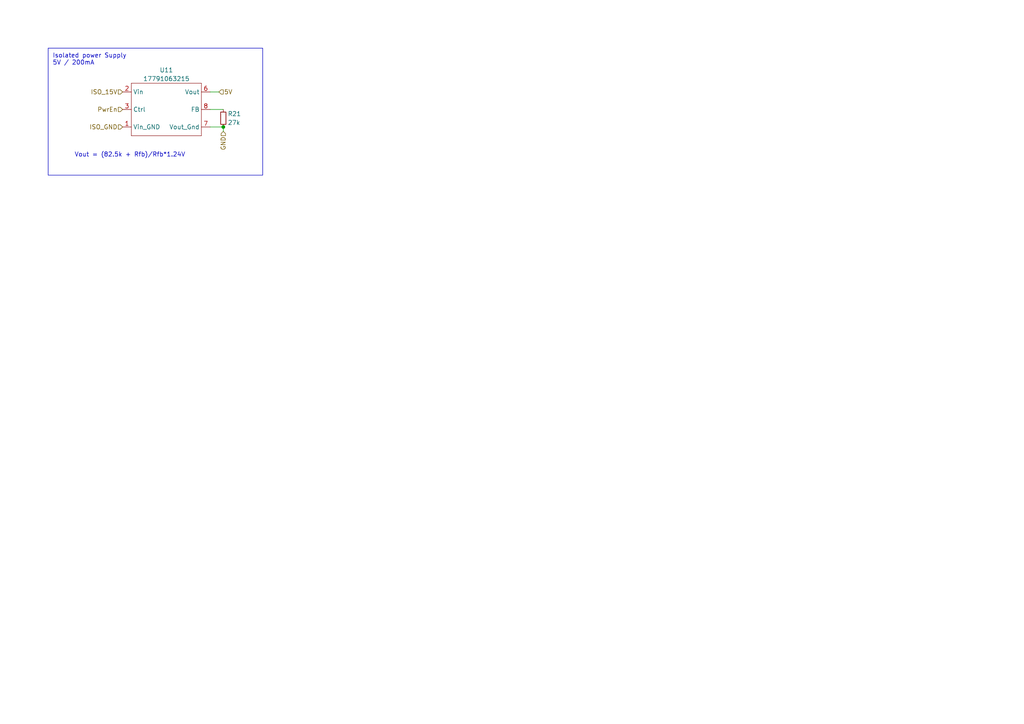
<source format=kicad_sch>
(kicad_sch (version 20230121) (generator eeschema)

  (uuid c2c5490f-51a8-4e74-905f-02b98c3e790e)

  (paper "A4")

  (lib_symbols
    (symbol "Custom:17791063215" (in_bom yes) (on_board yes)
      (property "Reference" "U" (at 7.62 -8.89 0)
        (effects (font (size 1.27 1.27)))
      )
      (property "Value" "17791063215" (at 0 8.89 0)
        (effects (font (size 1.27 1.27)))
      )
      (property "Footprint" "" (at 8.89 -10.16 0)
        (effects (font (size 1.27 1.27)) hide)
      )
      (property "Datasheet" "https://www.we-online.com/components/products/datasheet/17791063215.pdf" (at 2.54 -15.24 0)
        (effects (font (size 1.27 1.27)) hide)
      )
      (symbol "17791063215_0_1"
        (polyline
          (pts
            (xy -10.16 -7.62)
            (xy 10.16 -7.62)
          )
          (stroke (width 0.127) (type default))
          (fill (type none))
        )
        (polyline
          (pts
            (xy -10.16 7.62)
            (xy -10.16 -7.62)
          )
          (stroke (width 0.127) (type default))
          (fill (type none))
        )
        (polyline
          (pts
            (xy 10.16 -7.62)
            (xy 10.16 7.62)
          )
          (stroke (width 0.127) (type default))
          (fill (type none))
        )
        (polyline
          (pts
            (xy 10.16 7.62)
            (xy -10.16 7.62)
          )
          (stroke (width 0.127) (type default))
          (fill (type none))
        )
      )
      (symbol "17791063215_1_1"
        (pin power_in line (at -12.7 -5.08 0) (length 2.54)
          (name "Vin_GND" (effects (font (size 1.27 1.27))))
          (number "1" (effects (font (size 1.27 1.27))))
        )
        (pin power_in line (at -12.7 5.08 0) (length 2.54)
          (name "Vin" (effects (font (size 1.27 1.27))))
          (number "2" (effects (font (size 1.27 1.27))))
        )
        (pin input line (at -12.7 0 0) (length 2.54)
          (name "Ctrl" (effects (font (size 1.27 1.27))))
          (number "3" (effects (font (size 1.27 1.27))))
        )
        (pin power_out line (at 12.7 5.08 180) (length 2.54)
          (name "Vout" (effects (font (size 1.27 1.27))))
          (number "6" (effects (font (size 1.27 1.27))))
        )
        (pin power_out line (at 12.7 -5.08 180) (length 2.54)
          (name "Vout_Gnd" (effects (font (size 1.27 1.27))))
          (number "7" (effects (font (size 1.27 1.27))))
        )
        (pin bidirectional line (at 12.7 0 180) (length 2.54)
          (name "FB" (effects (font (size 1.27 1.27))))
          (number "8" (effects (font (size 1.27 1.27))))
        )
      )
    )
    (symbol "Device:R_Small" (pin_numbers hide) (pin_names (offset 0.254) hide) (in_bom yes) (on_board yes)
      (property "Reference" "R" (at 0.762 0.508 0)
        (effects (font (size 1.27 1.27)) (justify left))
      )
      (property "Value" "R_Small" (at 0.762 -1.016 0)
        (effects (font (size 1.27 1.27)) (justify left))
      )
      (property "Footprint" "" (at 0 0 0)
        (effects (font (size 1.27 1.27)) hide)
      )
      (property "Datasheet" "~" (at 0 0 0)
        (effects (font (size 1.27 1.27)) hide)
      )
      (property "ki_keywords" "R resistor" (at 0 0 0)
        (effects (font (size 1.27 1.27)) hide)
      )
      (property "ki_description" "Resistor, small symbol" (at 0 0 0)
        (effects (font (size 1.27 1.27)) hide)
      )
      (property "ki_fp_filters" "R_*" (at 0 0 0)
        (effects (font (size 1.27 1.27)) hide)
      )
      (symbol "R_Small_0_1"
        (rectangle (start -0.762 1.778) (end 0.762 -1.778)
          (stroke (width 0.2032) (type default))
          (fill (type none))
        )
      )
      (symbol "R_Small_1_1"
        (pin passive line (at 0 2.54 270) (length 0.762)
          (name "~" (effects (font (size 1.27 1.27))))
          (number "1" (effects (font (size 1.27 1.27))))
        )
        (pin passive line (at 0 -2.54 90) (length 0.762)
          (name "~" (effects (font (size 1.27 1.27))))
          (number "2" (effects (font (size 1.27 1.27))))
        )
      )
    )
  )

  (junction (at 64.77 36.83) (diameter 0) (color 0 0 0 0)
    (uuid b954f5da-99e8-4ae5-b4e1-5618e299306c)
  )

  (wire (pts (xy 60.96 26.67) (xy 63.5 26.67))
    (stroke (width 0) (type default))
    (uuid 72d67d36-353d-4244-8283-00da8159d629)
  )
  (wire (pts (xy 60.96 36.83) (xy 64.77 36.83))
    (stroke (width 0) (type default))
    (uuid 76e46108-1361-4846-b5a3-4620333a2e93)
  )
  (wire (pts (xy 60.96 31.75) (xy 64.77 31.75))
    (stroke (width 0) (type default))
    (uuid aa3fbd4e-927a-49cb-8d55-99ebe48489e6)
  )
  (wire (pts (xy 64.77 38.1) (xy 64.77 36.83))
    (stroke (width 0) (type default))
    (uuid bbea989a-9743-4643-872d-72445419d0b9)
  )

  (rectangle (start 13.97 13.97) (end 76.2 50.8)
    (stroke (width 0) (type default))
    (fill (type none))
    (uuid 18501b6a-f495-4031-8503-78d05e87a8b9)
  )

  (text "Vout = (82.5k + Rfb)/Rfb*1.24V\n" (at 21.59 45.72 0)
    (effects (font (size 1.27 1.27)) (justify left bottom))
    (uuid 79e78507-9099-41fe-914e-b11df6229859)
  )
  (text "Isolated power Supply \n5V / 200mA" (at 15.24 19.05 0)
    (effects (font (size 1.27 1.27)) (justify left bottom))
    (uuid ed636f75-a684-4d66-9f26-66d12fc0a3e2)
  )

  (hierarchical_label "5V" (shape input) (at 63.5 26.67 0) (fields_autoplaced)
    (effects (font (size 1.27 1.27)) (justify left))
    (uuid 4b35a830-f5ba-4d05-a498-9db96d8455ea)
  )
  (hierarchical_label "GND" (shape input) (at 64.77 38.1 270) (fields_autoplaced)
    (effects (font (size 1.27 1.27)) (justify right))
    (uuid 7d989084-1e81-4efa-9205-71ef6edae414)
  )
  (hierarchical_label "ISO_15V" (shape input) (at 35.56 26.67 180) (fields_autoplaced)
    (effects (font (size 1.27 1.27)) (justify right))
    (uuid b6228636-9691-4cc4-a3d4-064db5e64760)
  )
  (hierarchical_label "PwrEn" (shape input) (at 35.56 31.75 180) (fields_autoplaced)
    (effects (font (size 1.27 1.27)) (justify right))
    (uuid caa770b0-716a-45d7-9afa-870a182e60c3)
  )
  (hierarchical_label "ISO_GND" (shape input) (at 35.56 36.83 180) (fields_autoplaced)
    (effects (font (size 1.27 1.27)) (justify right))
    (uuid daabeba5-178b-4dcc-b18d-d39f9a2017d0)
  )

  (symbol (lib_id "Custom:17791063215") (at 48.26 31.75 0) (unit 1)
    (in_bom yes) (on_board yes) (dnp no) (fields_autoplaced)
    (uuid c44c3f7f-cf6b-45fe-9d4e-f72cf773d6ad)
    (property "Reference" "U11" (at 48.26 20.32 0)
      (effects (font (size 1.27 1.27)))
    )
    (property "Value" "17791063215" (at 48.26 22.86 0)
      (effects (font (size 1.27 1.27)))
    )
    (property "Footprint" "" (at 57.15 41.91 0)
      (effects (font (size 1.27 1.27)) hide)
    )
    (property "Datasheet" "https://www.we-online.com/components/products/datasheet/17791063215.pdf" (at 50.8 46.99 0)
      (effects (font (size 1.27 1.27)) hide)
    )
    (pin "1" (uuid 405c7c09-a541-4354-b4ad-6d84dd5efa8d))
    (pin "2" (uuid 72c924ce-5193-4c35-b631-38ff7a278f3e))
    (pin "3" (uuid 631cf43e-3734-467e-8522-366bc4290e53))
    (pin "6" (uuid b4889412-e612-452a-b506-c667c31183ab))
    (pin "7" (uuid 40cb4479-4083-4dfc-b084-7f4bdf2bebc9))
    (pin "8" (uuid dd32282f-fdb2-4e4e-ba2e-37dd7c43b640))
    (instances
      (project "Inverter_KiCAD"
        (path "/5e6c1e3f-0815-454a-8acb-8e3e2d064875/68381f6c-5b48-4aca-8792-bde0d1e54d5e"
          (reference "U11") (unit 1)
        )
        (path "/5e6c1e3f-0815-454a-8acb-8e3e2d064875/57f5e783-d2a3-41bb-a15a-37a099f233e7"
          (reference "U11") (unit 1)
        )
      )
    )
  )

  (symbol (lib_id "Device:R_Small") (at 64.77 34.29 0) (unit 1)
    (in_bom yes) (on_board yes) (dnp no)
    (uuid e650cac9-790f-4b56-b883-18189d8e1653)
    (property "Reference" "R21" (at 66.04 33.02 0)
      (effects (font (size 1.27 1.27)) (justify left))
    )
    (property "Value" "27k" (at 66.04 35.56 0)
      (effects (font (size 1.27 1.27)) (justify left))
    )
    (property "Footprint" "" (at 64.77 34.29 0)
      (effects (font (size 1.27 1.27)) hide)
    )
    (property "Datasheet" "~" (at 64.77 34.29 0)
      (effects (font (size 1.27 1.27)) hide)
    )
    (pin "1" (uuid 6629ca5f-03d0-4f99-a660-3dc1df9519f2))
    (pin "2" (uuid 7cde1775-1b71-4963-8cbb-7b58a61b8651))
    (instances
      (project "Inverter_KiCAD"
        (path "/5e6c1e3f-0815-454a-8acb-8e3e2d064875/68381f6c-5b48-4aca-8792-bde0d1e54d5e"
          (reference "R21") (unit 1)
        )
        (path "/5e6c1e3f-0815-454a-8acb-8e3e2d064875/57f5e783-d2a3-41bb-a15a-37a099f233e7"
          (reference "R21") (unit 1)
        )
      )
    )
  )
)

</source>
